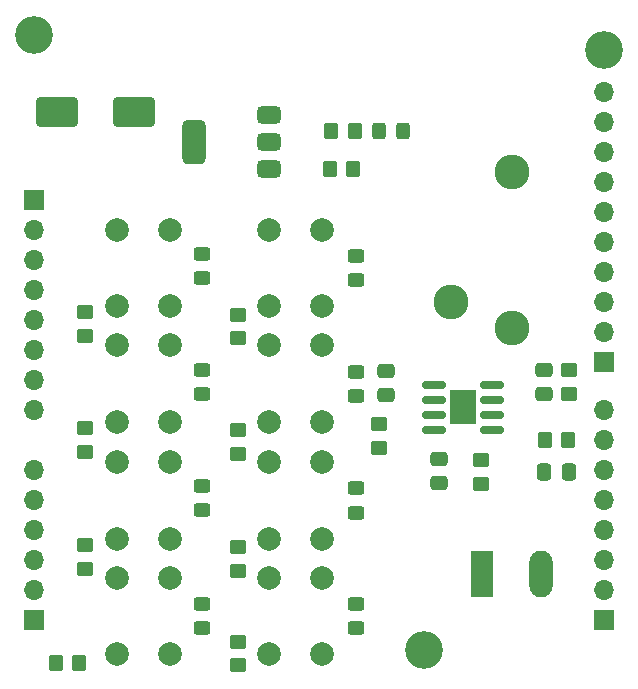
<source format=gbr>
%TF.GenerationSoftware,KiCad,Pcbnew,8.0.1*%
%TF.CreationDate,2024-04-15T20:54:24+02:00*%
%TF.ProjectId,Audio_shield,41756469-6f5f-4736-9869-656c642e6b69,rev?*%
%TF.SameCoordinates,Original*%
%TF.FileFunction,Soldermask,Top*%
%TF.FilePolarity,Negative*%
%FSLAX46Y46*%
G04 Gerber Fmt 4.6, Leading zero omitted, Abs format (unit mm)*
G04 Created by KiCad (PCBNEW 8.0.1) date 2024-04-15 20:54:24*
%MOMM*%
%LPD*%
G01*
G04 APERTURE LIST*
G04 Aperture macros list*
%AMRoundRect*
0 Rectangle with rounded corners*
0 $1 Rounding radius*
0 $2 $3 $4 $5 $6 $7 $8 $9 X,Y pos of 4 corners*
0 Add a 4 corners polygon primitive as box body*
4,1,4,$2,$3,$4,$5,$6,$7,$8,$9,$2,$3,0*
0 Add four circle primitives for the rounded corners*
1,1,$1+$1,$2,$3*
1,1,$1+$1,$4,$5*
1,1,$1+$1,$6,$7*
1,1,$1+$1,$8,$9*
0 Add four rect primitives between the rounded corners*
20,1,$1+$1,$2,$3,$4,$5,0*
20,1,$1+$1,$4,$5,$6,$7,0*
20,1,$1+$1,$6,$7,$8,$9,0*
20,1,$1+$1,$8,$9,$2,$3,0*%
G04 Aperture macros list end*
%ADD10C,3.200000*%
%ADD11C,2.000000*%
%ADD12RoundRect,0.250000X0.450000X-0.350000X0.450000X0.350000X-0.450000X0.350000X-0.450000X-0.350000X0*%
%ADD13RoundRect,0.250000X0.475000X-0.337500X0.475000X0.337500X-0.475000X0.337500X-0.475000X-0.337500X0*%
%ADD14RoundRect,0.250000X-0.450000X0.325000X-0.450000X-0.325000X0.450000X-0.325000X0.450000X0.325000X0*%
%ADD15RoundRect,0.250000X0.350000X0.450000X-0.350000X0.450000X-0.350000X-0.450000X0.350000X-0.450000X0*%
%ADD16RoundRect,0.250000X-0.475000X0.337500X-0.475000X-0.337500X0.475000X-0.337500X0.475000X0.337500X0*%
%ADD17RoundRect,0.250000X-0.350000X-0.450000X0.350000X-0.450000X0.350000X0.450000X-0.350000X0.450000X0*%
%ADD18RoundRect,0.250000X-0.450000X0.350000X-0.450000X-0.350000X0.450000X-0.350000X0.450000X0.350000X0*%
%ADD19R,1.700000X1.700000*%
%ADD20O,1.700000X1.700000*%
%ADD21RoundRect,0.250000X0.325000X0.450000X-0.325000X0.450000X-0.325000X-0.450000X0.325000X-0.450000X0*%
%ADD22RoundRect,0.250000X0.337500X0.475000X-0.337500X0.475000X-0.337500X-0.475000X0.337500X-0.475000X0*%
%ADD23RoundRect,0.250000X1.500000X1.000000X-1.500000X1.000000X-1.500000X-1.000000X1.500000X-1.000000X0*%
%ADD24RoundRect,0.375000X0.625000X0.375000X-0.625000X0.375000X-0.625000X-0.375000X0.625000X-0.375000X0*%
%ADD25RoundRect,0.500000X0.500000X1.400000X-0.500000X1.400000X-0.500000X-1.400000X0.500000X-1.400000X0*%
%ADD26R,1.980000X3.960000*%
%ADD27O,1.980000X3.960000*%
%ADD28RoundRect,0.150000X0.825000X0.150000X-0.825000X0.150000X-0.825000X-0.150000X0.825000X-0.150000X0*%
%ADD29R,2.290000X3.000000*%
%ADD30C,2.950000*%
G04 APERTURE END LIST*
D10*
%TO.C,REF\u002A\u002A*%
X179490000Y-113200000D03*
%TD*%
D11*
%TO.C,SW2*%
X170850000Y-97250000D03*
X170850000Y-103750000D03*
X166350000Y-97250000D03*
X166350000Y-103750000D03*
%TD*%
D12*
%TO.C,R13*%
X150800000Y-96400000D03*
X150800000Y-94400000D03*
%TD*%
D13*
%TO.C,C1*%
X189600000Y-91537500D03*
X189600000Y-89462500D03*
%TD*%
D14*
%TO.C,D2*%
X173700000Y-109297500D03*
X173700000Y-111347500D03*
%TD*%
%TO.C,D4*%
X173700000Y-89647500D03*
X173700000Y-91697500D03*
%TD*%
D15*
%TO.C,R5*%
X173500000Y-72500000D03*
X171500000Y-72500000D03*
%TD*%
D10*
%TO.C,REF\u002A\u002A*%
X194730000Y-62400000D03*
%TD*%
D12*
%TO.C,R9*%
X163700000Y-96600000D03*
X163700000Y-94600000D03*
%TD*%
D11*
%TO.C,SW1*%
X170850000Y-107050000D03*
X170850000Y-113550000D03*
X166350000Y-107050000D03*
X166350000Y-113550000D03*
%TD*%
D12*
%TO.C,R12*%
X150800000Y-106300000D03*
X150800000Y-104300000D03*
%TD*%
D11*
%TO.C,SW4*%
X170850000Y-77600000D03*
X170850000Y-84100000D03*
X166350000Y-77600000D03*
X166350000Y-84100000D03*
%TD*%
D16*
%TO.C,C3*%
X176300000Y-89562500D03*
X176300000Y-91637500D03*
%TD*%
D12*
%TO.C,R2*%
X191800000Y-91500000D03*
X191800000Y-89500000D03*
%TD*%
D17*
%TO.C,R11*%
X148300000Y-114300000D03*
X150300000Y-114300000D03*
%TD*%
D14*
%TO.C,D7*%
X160700000Y-99297500D03*
X160700000Y-101347500D03*
%TD*%
D11*
%TO.C,SW5*%
X157950000Y-107050000D03*
X157950000Y-113550000D03*
X153450000Y-107050000D03*
X153450000Y-113550000D03*
%TD*%
D14*
%TO.C,D6*%
X160700000Y-109297500D03*
X160700000Y-111347500D03*
%TD*%
D18*
%TO.C,R3*%
X184300000Y-97100000D03*
X184300000Y-99100000D03*
%TD*%
D19*
%TO.C,J2*%
X194730000Y-110660000D03*
D20*
X194730000Y-108120000D03*
X194730000Y-105580000D03*
X194730000Y-103040000D03*
X194730000Y-100500000D03*
X194730000Y-97960000D03*
X194730000Y-95420000D03*
X194730000Y-92880000D03*
%TD*%
D11*
%TO.C,SW7*%
X157950000Y-87400000D03*
X157950000Y-93900000D03*
X153450000Y-87400000D03*
X153450000Y-93900000D03*
%TD*%
D18*
%TO.C,R7*%
X163700000Y-112500000D03*
X163700000Y-114500000D03*
%TD*%
D12*
%TO.C,R14*%
X150800000Y-86600000D03*
X150800000Y-84600000D03*
%TD*%
D11*
%TO.C,SW6*%
X157950000Y-97250000D03*
X157950000Y-103750000D03*
X153450000Y-97250000D03*
X153450000Y-103750000D03*
%TD*%
%TO.C,SW3*%
X170850000Y-87400000D03*
X170850000Y-93900000D03*
X166350000Y-87400000D03*
X166350000Y-93900000D03*
%TD*%
D12*
%TO.C,R4*%
X175700000Y-96050000D03*
X175700000Y-94050000D03*
%TD*%
D19*
%TO.C,J1*%
X194730000Y-88820000D03*
D20*
X194730000Y-86280000D03*
X194730000Y-83740000D03*
X194730000Y-81200000D03*
X194730000Y-78660000D03*
X194730000Y-76120000D03*
X194730000Y-73580000D03*
X194730000Y-71040000D03*
X194730000Y-68500000D03*
X194730000Y-65960000D03*
%TD*%
D21*
%TO.C,D1*%
X177725000Y-69250000D03*
X175675000Y-69250000D03*
%TD*%
D14*
%TO.C,D5*%
X173700000Y-79847500D03*
X173700000Y-81897500D03*
%TD*%
D11*
%TO.C,SW8*%
X157950000Y-77600000D03*
X157950000Y-84100000D03*
X153450000Y-77600000D03*
X153450000Y-84100000D03*
%TD*%
D15*
%TO.C,R1*%
X191700000Y-95400000D03*
X189700000Y-95400000D03*
%TD*%
D13*
%TO.C,C4*%
X180750000Y-99087500D03*
X180750000Y-97012500D03*
%TD*%
D14*
%TO.C,D8*%
X160700000Y-89447500D03*
X160700000Y-91497500D03*
%TD*%
D22*
%TO.C,C2*%
X191737500Y-98100000D03*
X189662500Y-98100000D03*
%TD*%
D19*
%TO.C,J3*%
X146470000Y-110660000D03*
D20*
X146470000Y-108120000D03*
X146470000Y-105580000D03*
X146470000Y-103040000D03*
X146470000Y-100500000D03*
X146470000Y-97960000D03*
%TD*%
D17*
%TO.C,R6*%
X171600000Y-69250000D03*
X173600000Y-69250000D03*
%TD*%
D19*
%TO.C,J4*%
X146470000Y-75100000D03*
D20*
X146470000Y-77640000D03*
X146470000Y-80180000D03*
X146470000Y-82720000D03*
X146470000Y-85260000D03*
X146470000Y-87800000D03*
X146470000Y-90340000D03*
X146470000Y-92880000D03*
%TD*%
D12*
%TO.C,R8*%
X163700000Y-106500000D03*
X163700000Y-104500000D03*
%TD*%
D14*
%TO.C,D9*%
X160700000Y-79647500D03*
X160700000Y-81697500D03*
%TD*%
D23*
%TO.C,C5*%
X154950000Y-67600000D03*
X148450000Y-67600000D03*
%TD*%
D24*
%TO.C,Q1*%
X166350000Y-72500000D03*
X166350000Y-70200000D03*
D25*
X160050000Y-70200000D03*
D24*
X166350000Y-67900000D03*
%TD*%
D10*
%TO.C,REF\u002A\u002A*%
X146470000Y-61130000D03*
%TD*%
D26*
%TO.C,LS1*%
X184385000Y-106750000D03*
D27*
X189385000Y-106750000D03*
%TD*%
D28*
%TO.C,U1*%
X185245000Y-94555000D03*
X185245000Y-93285000D03*
X185245000Y-92015000D03*
X185245000Y-90745000D03*
X180295000Y-90745000D03*
X180295000Y-92015000D03*
X180295000Y-93285000D03*
X180295000Y-94555000D03*
D29*
X182770000Y-92650000D03*
%TD*%
D14*
%TO.C,D3*%
X173700000Y-99497500D03*
X173700000Y-101547500D03*
%TD*%
D30*
%TO.C,J6*%
X186949797Y-72700000D03*
X181749797Y-83700000D03*
X186949797Y-85900000D03*
%TD*%
D12*
%TO.C,R10*%
X163700000Y-86800000D03*
X163700000Y-84800000D03*
%TD*%
M02*

</source>
